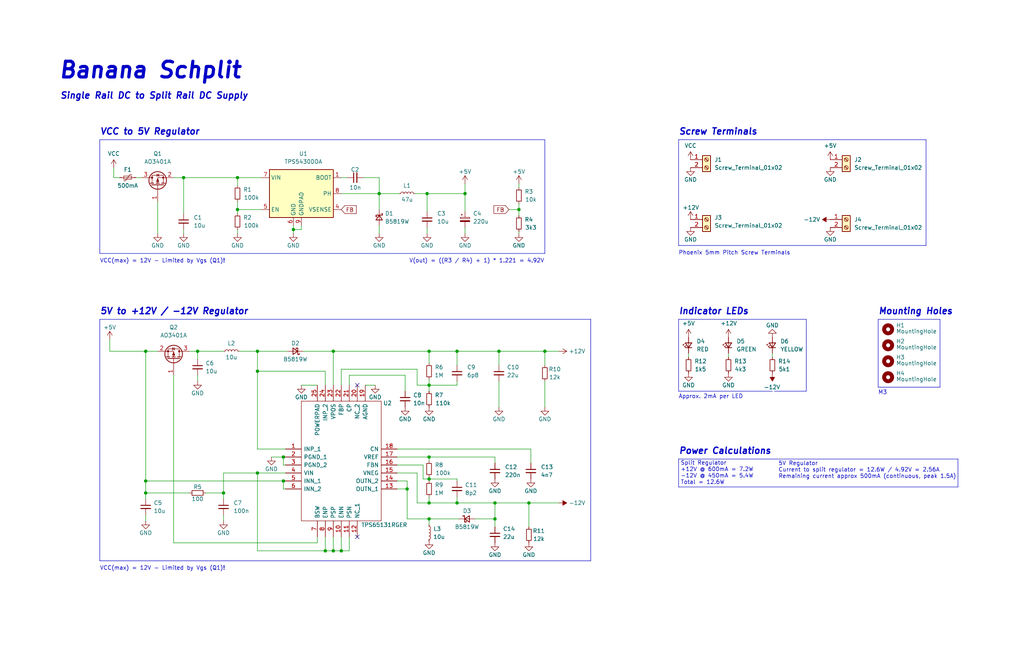
<source format=kicad_sch>
(kicad_sch (version 20230121) (generator eeschema)
  (paper "User" 325.806 210.388)
  (title_block (title "Banana Schplit") (date "2020-09-10") (rev "1.0") (company "Phil's Lab"))
  (lib_symbols
    (symbol "BananaSchplit-rescue:CP_Small-Device" (pin_numbers hide) (pin_names (offset 0.254) hide)
      (property "Reference" "C" (at 0.254 1.778 0))
      (property "Value" "Device_CP_Small" (at 0.254 -2.032 0))
      (symbol "CP_Small-Device_0_1"
        (rectangle (start -1.524 -0.3048) (end 1.524 -0.6858) (fill (type outline)))
        (rectangle (start -1.524 0.6858) (end 1.524 0.3048))
        (polyline (pts (xy -1.27 1.524) (xy -0.762 1.524)))
        (polyline (pts (xy -1.016 1.27) (xy -1.016 1.778)))
      )
      (symbol "CP_Small-Device_1_1"
        (pin passive line (at 0 2.54 270) (length 1.8542) (name "~") (number "1"))
        (pin passive line (at 0 -2.54 90) (length 1.8542) (name "~") (number "2"))
      )
    )
    (symbol "Connector:Screw_Terminal_01x02" (pin_names (offset 1.016) hide)
      (property "Reference" "J" (at 0 2.54 0))
      (property "Value" "Screw_Terminal_01x02" (at 0 -5.08 0))
      (symbol "Screw_Terminal_01x02_1_1"
        (rectangle (start -1.27 1.27) (end 1.27 -3.81) (stroke (width 0.254)) (fill (type background)))
        (circle (center 0 -2.54) (radius 0.635) (stroke (width 0.1524)))
        (polyline (pts (xy -0.5334 -2.2098) (xy 0.3302 -3.048)) (stroke (width 0.1524)))
        (polyline (pts (xy -0.5334 0.3302) (xy 0.3302 -0.508)) (stroke (width 0.1524)))
        (polyline (pts (xy -0.3556 -2.032) (xy 0.508 -2.8702)) (stroke (width 0.1524)))
        (polyline (pts (xy -0.3556 0.508) (xy 0.508 -0.3302)) (stroke (width 0.1524)))
        (circle (center 0 0) (radius 0.635) (stroke (width 0.1524)))
        (pin passive line (at -5.08 0 0) (length 3.81) (name "Pin_1") (number "1"))
        (pin passive line (at -5.08 -2.54 0) (length 3.81) (name "Pin_2") (number "2"))
      )
    )
    (symbol "Device:C_Small" (pin_numbers hide) (pin_names (offset 0.254) hide)
      (property "Reference" "C" (at 0.254 1.778 0))
      (property "Value" "C_Small" (at 0.254 -2.032 0))
      (symbol "C_Small_0_1"
        (polyline (pts (xy -1.524 -0.508) (xy 1.524 -0.508)) (stroke (width 0.3302)))
        (polyline (pts (xy -1.524 0.508) (xy 1.524 0.508)) (stroke (width 0.3048)))
      )
      (symbol "C_Small_1_1"
        (pin passive line (at 0 2.54 270) (length 2.032) (name "~") (number "1"))
        (pin passive line (at 0 -2.54 90) (length 2.032) (name "~") (number "2"))
      )
    )
    (symbol "Device:D_Schottky_Small" (pin_numbers hide) (pin_names (offset 0.254) hide)
      (property "Reference" "D" (at -1.27 2.032 0))
      (property "Value" "D_Schottky_Small" (at -7.112 -2.032 0))
      (symbol "D_Schottky_Small_0_1"
        (polyline (pts (xy -0.762 0) (xy 0.762 0)))
        (polyline (pts (xy 0.762 -1.016) (xy -0.762 0) (xy 0.762 1.016) (xy 0.762 -1.016)) (stroke (width 0.254)))
        (polyline (pts (xy -1.27 0.762) (xy -1.27 1.016) (xy -0.762 1.016) (xy -0.762 -1.016) (xy -0.254 -1.016) (xy -0.254 -0.762)) (stroke (width 0.254)))
      )
      (symbol "D_Schottky_Small_1_1"
        (pin passive line (at -2.54 0 0) (length 1.778) (name "K") (number "1"))
        (pin passive line (at 2.54 0 180) (length 1.778) (name "A") (number "2"))
      )
    )
    (symbol "Device:LED_Small" (pin_numbers hide) (pin_names (offset 0.254) hide)
      (property "Reference" "D" (at -1.27 3.175 0))
      (property "Value" "LED_Small" (at -4.445 -2.54 0))
      (symbol "LED_Small_0_1"
        (polyline (pts (xy -0.762 -1.016) (xy -0.762 1.016)) (stroke (width 0.254)))
        (polyline (pts (xy 1.016 0) (xy -0.762 0)))
        (polyline (pts (xy 0.762 -1.016) (xy -0.762 0) (xy 0.762 1.016) (xy 0.762 -1.016)) (stroke (width 0.254)))
        (polyline (pts (xy 0 0.762) (xy -0.508 1.27) (xy -0.254 1.27) (xy -0.508 1.27) (xy -0.508 1.016)))
        (polyline (pts (xy 0.508 1.27) (xy 0 1.778) (xy 0.254 1.778) (xy 0 1.778) (xy 0 1.524)))
      )
      (symbol "LED_Small_1_1"
        (pin passive line (at -2.54 0 0) (length 1.778) (name "K") (number "1"))
        (pin passive line (at 2.54 0 180) (length 1.778) (name "A") (number "2"))
      )
    )
    (symbol "Device:L_Small" (pin_numbers hide) (pin_names (offset 0.254) hide)
      (property "Reference" "L" (at 0.762 1.016 0))
      (property "Value" "L_Small" (at 0.762 -1.016 0))
      (symbol "L_Small_0_1"
        (arc (start 0 -2.032) (mid 0.5058 -1.524) (end 0 -1.016))
        (arc (start 0 -1.016) (mid 0.5058 -0.508) (end 0 0))
        (arc (start 0 0) (mid 0.5058 0.508) (end 0 1.016))
        (arc (start 0 1.016) (mid 0.5058 1.524) (end 0 2.032))
      )
      (symbol "L_Small_1_1"
        (pin passive line (at 0 2.54 270) (length 0.508) (name "~") (number "1"))
        (pin passive line (at 0 -2.54 90) (length 0.508) (name "~") (number "2"))
      )
    )
    (symbol "Device:Polyfuse_Small" (pin_numbers hide) (pin_names (offset 0))
      (property "Reference" "F" (at -1.905 0 90))
      (property "Value" "Polyfuse_Small" (at 1.905 0 90))
      (symbol "Polyfuse_Small_0_1"
        (rectangle (start -0.508 1.27) (end 0.508 -1.27))
        (polyline (pts (xy 0 2.54) (xy 0 -2.54)))
        (polyline (pts (xy -1.016 1.27) (xy -1.016 0.762) (xy 1.016 -0.762) (xy 1.016 -1.27)))
      )
      (symbol "Polyfuse_Small_1_1"
        (pin passive line (at 0 2.54 270) (length 0.635) (name "~") (number "1"))
        (pin passive line (at 0 -2.54 90) (length 0.635) (name "~") (number "2"))
      )
    )
    (symbol "Device:R_Small" (pin_numbers hide) (pin_names (offset 0.254) hide)
      (property "Reference" "R" (at 0.762 0.508 0))
      (property "Value" "R_Small" (at 0.762 -1.016 0))
      (symbol "R_Small_0_1"
        (rectangle (start -0.762 1.778) (end 0.762 -1.778) (stroke (width 0.2032)))
      )
      (symbol "R_Small_1_1"
        (pin passive line (at 0 2.54 270) (length 0.762) (name "~") (number "1"))
        (pin passive line (at 0 -2.54 90) (length 0.762) (name "~") (number "2"))
      )
    )
    (symbol "Mechanical:MountingHole" (pin_names (offset 1.016))
      (property "Reference" "H" (at 0 5.08 0))
      (property "Value" "MountingHole" (at 0 3.175 0))
      (symbol "MountingHole_0_1"
        (circle (center 0 0) (radius 1.27) (stroke (width 1.27)))
      )
    )
    (symbol "Regulator_Switching:TPS5430DDA"
      (property "Reference" "U" (at -10.16 8.89 0))
      (property "Value" "TPS5430DDA" (at -1.27 8.89 0))
      (symbol "TPS5430DDA_0_1"
        (rectangle (start -10.16 7.62) (end 10.16 -7.62) (stroke (width 0.254)) (fill (type background)))
      )
      (symbol "TPS5430DDA_1_1"
        (pin input line (at 12.7 5.08 180) (length 2.54) (name "BOOT") (number "1"))
        (pin no_connect line (at -10.16 2.54 0) (length 2.54) hide (name "NC") (number "2"))
        (pin no_connect line (at -10.16 -2.54 0) (length 2.54) hide (name "NC") (number "3"))
        (pin input line (at 12.7 -5.08 180) (length 2.54) (name "VSENSE") (number "4"))
        (pin input line (at -12.7 -5.08 0) (length 2.54) (name "EN") (number "5"))
        (pin power_in line (at -2.54 -10.16 90) (length 2.54) (name "GND") (number "6"))
        (pin power_in line (at -12.7 5.08 0) (length 2.54) (name "VIN") (number "7"))
        (pin output line (at 12.7 0 180) (length 2.54) (name "PH") (number "8"))
        (pin power_in line (at 0 -10.16 90) (length 2.54) (name "GNDPAD") (number "9"))
      )
    )
    (symbol "TPS65131RGET:TPS65131RGET" (pin_names (offset 0.762))
      (property "Reference" "IC" (at 31.75 20.32 0))
      (property "Value" "TPS65131RGET" (at 31.75 17.78 0))
      (symbol "TPS65131RGET_0_0"
        (pin passive line (at 0 0 0) (length 5.08) (name "INP_1") (number "1"))
        (pin passive line (at 17.78 -27.94 90) (length 5.08) (name "ENN") (number "10"))
        (pin passive line (at 20.32 -27.94 90) (length 5.08) (name "PSN") (number "11"))
        (pin passive line (at 22.86 -27.94 90) (length 5.08) (name "NC_1") (number "12"))
        (pin passive line (at 35.56 -12.7 180) (length 5.08) (name "OUTN_1") (number "13"))
        (pin passive line (at 35.56 -10.16 180) (length 5.08) (name "OUTN_2") (number "14"))
        (pin passive line (at 35.56 -7.62 180) (length 5.08) (name "VNEG") (number "15"))
        (pin passive line (at 35.56 -5.08 180) (length 5.08) (name "FBN") (number "16"))
        (pin passive line (at 35.56 -2.54 180) (length 5.08) (name "VREF") (number "17"))
        (pin passive line (at 35.56 0 180) (length 5.08) (name "CN") (number "18"))
        (pin passive line (at 25.4 20.32 270) (length 5.08) (name "AGND") (number "19"))
        (pin passive line (at 0 -2.54 0) (length 5.08) (name "PGND_1") (number "2"))
        (pin passive line (at 22.86 20.32 270) (length 5.08) (name "NC_2") (number "20"))
        (pin passive line (at 20.32 20.32 270) (length 5.08) (name "CP") (number "21"))
        (pin passive line (at 17.78 20.32 270) (length 5.08) (name "FBP") (number "22"))
        (pin passive line (at 15.24 20.32 270) (length 5.08) (name "VPOS") (number "23"))
        (pin passive line (at 12.7 20.32 270) (length 5.08) (name "INP_2") (number "24"))
        (pin passive line (at 10.16 20.32 270) (length 5.08) (name "POWERPAD") (number "25"))
        (pin passive line (at 0 -5.08 0) (length 5.08) (name "PGND_2") (number "3"))
        (pin passive line (at 0 -7.62 0) (length 5.08) (name "VIN") (number "4"))
        (pin passive line (at 0 -10.16 0) (length 5.08) (name "INN_1") (number "5"))
        (pin passive line (at 0 -12.7 0) (length 5.08) (name "INN_2") (number "6"))
        (pin passive line (at 10.16 -27.94 90) (length 5.08) (name "BSW") (number "7"))
        (pin passive line (at 12.7 -27.94 90) (length 5.08) (name "ENP") (number "8"))
        (pin passive line (at 15.24 -27.94 90) (length 5.08) (name "PSP") (number "9"))
      )
      (symbol "TPS65131RGET_0_1"
        (polyline (pts (xy 5.08 15.24) (xy 30.48 15.24) (xy 30.48 -22.86) (xy 5.08 -22.86) (xy 5.08 15.24)) (stroke (width 0.1524)))
      )
    )
    (symbol "Transistor_FET:AO3401A" (pin_names hide)
      (property "Reference" "Q" (at 5.08 1.905 0))
      (property "Value" "AO3401A" (at 5.08 0 0))
      (symbol "AO3401A_0_1"
        (polyline (pts (xy 0.254 0) (xy -2.54 0)))
        (polyline (pts (xy 0.254 1.905) (xy 0.254 -1.905)) (stroke (width 0.254)))
        (polyline (pts (xy 0.762 -1.27) (xy 0.762 -2.286)) (stroke (width 0.254)))
        (polyline (pts (xy 0.762 0.508) (xy 0.762 -0.508)) (stroke (width 0.254)))
        (polyline (pts (xy 0.762 2.286) (xy 0.762 1.27)) (stroke (width 0.254)))
        (polyline (pts (xy 2.54 2.54) (xy 2.54 1.778)))
        (polyline (pts (xy 2.54 -2.54) (xy 2.54 0) (xy 0.762 0)))
        (polyline (pts (xy 0.762 1.778) (xy 3.302 1.778) (xy 3.302 -1.778) (xy 0.762 -1.778)))
        (polyline (pts (xy 2.286 0) (xy 1.27 0.381) (xy 1.27 -0.381) (xy 2.286 0)) (fill (type outline)))
        (polyline (pts (xy 2.794 -0.508) (xy 2.921 -0.381) (xy 3.683 -0.381) (xy 3.81 -0.254)))
        (polyline (pts (xy 3.302 -0.381) (xy 2.921 0.254) (xy 3.683 0.254) (xy 3.302 -0.381)))
        (circle (center 1.651 0) (radius 2.794) (stroke (width 0.254)))
        (circle (center 2.54 -1.778) (radius 0.254) (fill (type outline)))
        (circle (center 2.54 1.778) (radius 0.254) (fill (type outline)))
      )
      (symbol "AO3401A_1_1"
        (pin input line (at -5.08 0 0) (length 2.54) (name "G") (number "1"))
        (pin passive line (at 2.54 -5.08 90) (length 2.54) (name "S") (number "2"))
        (pin passive line (at 2.54 5.08 270) (length 2.54) (name "D") (number "3"))
      )
    )
    (symbol "power:+12V" (power) (pin_names (offset 0))
      (property "Value" "+12V" (at 0 3.556 0))
      (symbol "+12V_0_1"
        (polyline (pts (xy -0.762 1.27) (xy 0 2.54)))
        (polyline (pts (xy 0 0) (xy 0 2.54)))
        (polyline (pts (xy 0 2.54) (xy 0.762 1.27)))
      )
      (symbol "+12V_1_1"
        (pin power_in line (at 0 0 90) (length 0) hide (name "+12V") (number "1"))
      )
    )
    (symbol "power:+5V" (power) (pin_names (offset 0))
      (property "Value" "+5V" (at 0 3.556 0))
      (symbol "+5V_0_1"
        (polyline (pts (xy -0.762 1.27) (xy 0 2.54)))
        (polyline (pts (xy 0 0) (xy 0 2.54)))
        (polyline (pts (xy 0 2.54) (xy 0.762 1.27)))
      )
      (symbol "+5V_1_1"
        (pin power_in line (at 0 0 90) (length 0) hide (name "+5V") (number "1"))
      )
    )
    (symbol "power:-12V" (power) (pin_names (offset 0))
      (property "Value" "-12V" (at 0 3.81 0))
      (symbol "-12V_0_0"
        (pin power_in line (at 0 0 90) (length 0) hide (name "-12V") (number "1"))
      )
      (symbol "-12V_0_1"
        (polyline (pts (xy 0 0) (xy 0 1.27) (xy 0.762 1.27) (xy 0 2.54) (xy -0.762 1.27) (xy 0 1.27)) (fill (type outline)))
      )
    )
    (symbol "power:GND" (power) (pin_names (offset 0))
      (property "Value" "GND" (at 0 -3.81 0))
      (symbol "GND_0_1"
        (polyline (pts (xy 0 0) (xy 0 -1.27) (xy 1.27 -1.27) (xy 0 -2.54) (xy -1.27 -1.27) (xy 0 -1.27)))
      )
      (symbol "GND_1_1"
        (pin power_in line (at 0 0 270) (length 0) hide (name "GND") (number "1"))
      )
    )
    (symbol "power:VCC" (power) (pin_names (offset 0))
      (property "Value" "VCC" (at 0 3.81 0))
      (symbol "VCC_0_1"
        (polyline (pts (xy -0.762 1.27) (xy 0 2.54)))
        (polyline (pts (xy 0 0) (xy 0 2.54)))
        (polyline (pts (xy 0 2.54) (xy 0.762 1.27)))
      )
      (symbol "VCC_1_1"
        (pin power_in line (at 0 0 90) (length 0) hide (name "VCC") (number "1"))
      )
    )
  )
  (junction (at 136.525 122.555))
  (junction (at 106.045 111.76))
  (junction (at 136.525 145.415))
  (junction (at 58.42 56.515))
  (junction (at 81.915 111.76))
  (junction (at 46.355 153.035))
  (junction (at 145.415 160.02))
  (junction (at 46.355 156.845))
  (junction (at 103.505 175.26))
  (junction (at 136.525 165.1))
  (junction (at 106.045 175.26))
  (junction (at 120.65 61.595))
  (junction (at 158.75 111.76))
  (junction (at 46.355 111.76))
  (junction (at 157.48 165.1))
  (junction (at 168.275 160.02))
  (junction (at 75.565 56.515))
  (junction (at 108.585 175.26))
  (junction (at 165.1 66.675))
  (junction (at 90.17 153.035))
  (junction (at 90.17 145.415))
  (junction (at 71.12 156.845))
  (junction (at 81.915 118.11))
  (junction (at 136.525 111.76))
  (junction (at 81.915 150.495))
  (junction (at 173.355 111.76))
  (junction (at 147.955 61.595))
  (junction (at 75.565 66.675))
  (junction (at 135.89 61.595))
  (junction (at 62.865 111.76))
  (junction (at 93.345 73.025))
  (junction (at 136.525 152.4))
  (junction (at 157.48 160.02))
  (junction (at 129.54 155.575))
  (junction (at 145.415 111.76))
  (junction (at 136.525 160.02))
  (no_connect (at 113.665 170.815))
  (no_connect (at 113.665 122.555))
  (wire (pts (xy 71.12 150.495) (xy 81.915 150.495)))
  (wire (pts (xy 46.355 111.76) (xy 50.165 111.76)))
  (wire (pts (xy 90.17 145.415) (xy 86.36 145.415)))
  (wire (pts (xy 173.355 116.205) (xy 173.355 111.76)))
  (polyline (pts (xy 304.8 154.94) (xy 304.8 146.05)))
  (wire (pts (xy 106.045 175.26) (xy 106.045 170.815)))
  (polyline (pts (xy 31.75 101.6) (xy 187.96 101.6)))
  (polyline (pts (xy 31.75 80.645) (xy 173.355 80.645)))
  (wire (pts (xy 93.345 74.295) (xy 93.345 73.025)))
  (wire (pts (xy 145.415 111.76) (xy 136.525 111.76)))
  (wire (pts (xy 106.045 175.26) (xy 108.585 175.26)))
  (wire (pts (xy 46.355 153.035) (xy 46.355 111.76)))
  (wire (pts (xy 93.345 73.025) (xy 95.885 73.025)))
  (wire (pts (xy 108.585 117.475) (xy 132.715 117.475)))
  (wire (pts (xy 135.89 72.39) (xy 135.89 74.295)))
  (wire (pts (xy 71.12 150.495) (xy 71.12 156.845)))
  (wire (pts (xy 245.745 113.665) (xy 245.745 112.395)))
  (wire (pts (xy 132.715 150.495) (xy 132.715 160.02)))
  (wire (pts (xy 136.525 145.415) (xy 157.48 145.415)))
  (wire (pts (xy 90.17 153.035) (xy 90.17 155.575)))
  (wire (pts (xy 110.49 56.515) (xy 108.585 56.515)))
  (wire (pts (xy 75.565 66.675) (xy 83.185 66.675)))
  (wire (pts (xy 231.775 113.665) (xy 231.775 112.395)))
  (polyline (pts (xy 256.54 124.46) (xy 246.38 124.46)))
  (wire (pts (xy 168.275 160.02) (xy 157.48 160.02)))
  (wire (pts (xy 136.525 146.685) (xy 136.525 145.415)))
  (wire (pts (xy 132.715 122.555) (xy 136.525 122.555)))
  (wire (pts (xy 158.75 111.76) (xy 145.415 111.76)))
  (wire (pts (xy 58.42 56.515) (xy 58.42 67.945)))
  (wire (pts (xy 173.355 129.54) (xy 173.355 121.285)))
  (wire (pts (xy 34.925 111.76) (xy 46.355 111.76)))
  (wire (pts (xy 103.505 175.26) (xy 103.505 170.815)))
  (wire (pts (xy 115.57 56.515) (xy 120.65 56.515)))
  (wire (pts (xy 90.17 155.575) (xy 90.805 155.575)))
  (wire (pts (xy 81.915 118.11) (xy 81.915 111.76)))
  (polyline (pts (xy 279.4 123.19) (xy 279.4 101.6)))
  (wire (pts (xy 90.17 147.955) (xy 90.805 147.955)))
  (wire (pts (xy 177.8 111.76) (xy 173.355 111.76)))
  (polyline (pts (xy 215.9 78.105) (xy 294.64 78.105)))
  (wire (pts (xy 157.48 160.02) (xy 157.48 165.1)))
  (wire (pts (xy 75.565 64.135) (xy 75.565 66.675)))
  (wire (pts (xy 173.355 111.76) (xy 158.75 111.76)))
  (wire (pts (xy 100.965 172.72) (xy 100.965 170.815)))
  (wire (pts (xy 46.355 156.845) (xy 60.325 156.845)))
  (polyline (pts (xy 31.75 178.435) (xy 187.96 178.435)))
  (polyline (pts (xy 31.75 80.645) (xy 31.75 44.45)))
  (wire (pts (xy 62.865 121.285) (xy 62.865 119.38)))
  (wire (pts (xy 95.885 73.025) (xy 95.885 71.755)))
  (polyline (pts (xy 215.9 44.45) (xy 294.64 44.45)))
  (wire (pts (xy 126.365 153.035) (xy 129.54 153.035)))
  (wire (pts (xy 136.525 111.76) (xy 106.045 111.76)))
  (wire (pts (xy 168.91 147.32) (xy 168.91 142.875)))
  (wire (pts (xy 103.505 175.26) (xy 106.045 175.26)))
  (wire (pts (xy 76.2 111.76) (xy 81.915 111.76)))
  (wire (pts (xy 145.415 160.02) (xy 157.48 160.02)))
  (wire (pts (xy 106.045 111.76) (xy 106.045 122.555)))
  (wire (pts (xy 120.65 66.675) (xy 120.65 61.595)))
  (wire (pts (xy 46.355 165.735) (xy 46.355 163.83)))
  (wire (pts (xy 34.925 107.95) (xy 34.925 111.76)))
  (wire (pts (xy 129.54 153.035) (xy 129.54 155.575)))
  (wire (pts (xy 96.52 111.76) (xy 106.045 111.76)))
  (wire (pts (xy 132.715 117.475) (xy 132.715 122.555)))
  (wire (pts (xy 81.915 175.26) (xy 103.505 175.26)))
  (wire (pts (xy 108.585 175.26) (xy 111.125 175.26)))
  (wire (pts (xy 168.91 142.875) (xy 126.365 142.875)))
  (polyline (pts (xy 187.96 101.6) (xy 187.96 178.435)))
  (wire (pts (xy 116.205 122.555) (xy 119.38 122.555)))
  (wire (pts (xy 58.42 56.515) (xy 75.565 56.515)))
  (wire (pts (xy 145.415 116.205) (xy 145.415 111.76)))
  (polyline (pts (xy 31.75 44.45) (xy 173.355 44.45)))
  (wire (pts (xy 108.585 122.555) (xy 108.585 117.475)))
  (wire (pts (xy 71.12 158.75) (xy 71.12 156.845)))
  (wire (pts (xy 103.505 122.555) (xy 103.505 118.11)))
  (wire (pts (xy 75.565 67.945) (xy 75.565 66.675)))
  (wire (pts (xy 134.62 147.955) (xy 134.62 152.4)))
  (wire (pts (xy 128.905 124.46) (xy 128.905 119.38)))
  (polyline (pts (xy 256.54 101.6) (xy 256.54 124.46)))
  (wire (pts (xy 165.1 64.77) (xy 165.1 66.675)))
  (wire (pts (xy 55.245 56.515) (xy 58.42 56.515)))
  (wire (pts (xy 128.905 119.38) (xy 111.125 119.38)))
  (wire (pts (xy 147.955 67.31) (xy 147.955 61.595)))
  (wire (pts (xy 43.18 56.515) (xy 45.085 56.515)))
  (polyline (pts (xy 215.9 124.46) (xy 215.9 101.6)))
  (polyline (pts (xy 304.8 146.05) (xy 215.9 146.05)))
  (wire (pts (xy 46.355 153.035) (xy 46.355 156.845)))
  (wire (pts (xy 62.865 114.3) (xy 62.865 111.76)))
  (wire (pts (xy 135.89 67.31) (xy 135.89 61.595)))
  (wire (pts (xy 127 61.595) (xy 120.65 61.595)))
  (wire (pts (xy 168.275 167.64) (xy 168.275 160.02)))
  (wire (pts (xy 136.525 124.46) (xy 136.525 122.555)))
  (wire (pts (xy 36.195 53.34) (xy 36.195 56.515)))
  (wire (pts (xy 129.54 165.1) (xy 136.525 165.1)))
  (wire (pts (xy 145.415 153.035) (xy 145.415 152.4)))
  (wire (pts (xy 75.565 56.515) (xy 83.185 56.515)))
  (wire (pts (xy 75.565 59.055) (xy 75.565 56.515)))
  (wire (pts (xy 81.915 175.26) (xy 81.915 150.495)))
  (polyline (pts (xy 31.75 178.435) (xy 31.75 101.6)))
  (wire (pts (xy 129.54 155.575) (xy 129.54 165.1)))
  (wire (pts (xy 165.1 74.295) (xy 165.1 73.66)))
  (wire (pts (xy 120.65 74.295) (xy 120.65 71.755)))
  (wire (pts (xy 145.415 152.4) (xy 136.525 152.4)))
  (wire (pts (xy 91.44 111.76) (xy 81.915 111.76)))
  (wire (pts (xy 71.12 111.76) (xy 62.865 111.76)))
  (wire (pts (xy 145.415 160.02) (xy 145.415 158.115)))
  (wire (pts (xy 111.125 119.38) (xy 111.125 122.555)))
  (wire (pts (xy 62.865 111.76) (xy 60.325 111.76)))
  (wire (pts (xy 145.415 122.555) (xy 145.415 121.285)))
  (wire (pts (xy 136.525 145.415) (xy 126.365 145.415)))
  (polyline (pts (xy 215.9 146.05) (xy 215.9 154.94)))
  (polyline (pts (xy 279.4 101.6) (xy 299.085 101.6)))
  (wire (pts (xy 177.8 160.02) (xy 168.275 160.02)))
  (wire (pts (xy 165.1 59.69) (xy 165.1 58.42)))
  (wire (pts (xy 103.505 118.11) (xy 81.915 118.11)))
  (wire (pts (xy 157.48 165.1) (xy 157.48 167.64)))
  (wire (pts (xy 81.915 150.495) (xy 90.805 150.495)))
  (wire (pts (xy 126.365 147.955) (xy 134.62 147.955)))
  (wire (pts (xy 81.915 142.875) (xy 81.915 118.11)))
  (wire (pts (xy 147.955 72.39) (xy 147.955 74.295)))
  (polyline (pts (xy 215.9 78.105) (xy 215.9 44.45)))
  (wire (pts (xy 81.915 142.875) (xy 90.805 142.875)))
  (wire (pts (xy 126.365 150.495) (xy 132.715 150.495)))
  (wire (pts (xy 136.525 160.02) (xy 145.415 160.02)))
  (wire (pts (xy 136.525 153.035) (xy 136.525 152.4)))
  (wire (pts (xy 90.17 145.415) (xy 90.805 145.415)))
  (wire (pts (xy 151.13 165.1) (xy 157.48 165.1)))
  (polyline (pts (xy 279.4 123.19) (xy 299.085 123.19)))
  (wire (pts (xy 71.12 165.735) (xy 71.12 163.83)))
  (wire (pts (xy 219.075 113.665) (xy 219.075 112.395)))
  (polyline (pts (xy 299.085 101.6) (xy 299.085 123.19)))
  (wire (pts (xy 71.12 156.845) (xy 65.405 156.845)))
  (wire (pts (xy 132.08 61.595) (xy 135.89 61.595)))
  (wire (pts (xy 58.42 73.025) (xy 58.42 74.295)))
  (wire (pts (xy 55.245 172.72) (xy 100.965 172.72)))
  (wire (pts (xy 126.365 155.575) (xy 129.54 155.575)))
  (wire (pts (xy 161.925 66.675) (xy 165.1 66.675)))
  (wire (pts (xy 158.75 116.205) (xy 158.75 111.76)))
  (wire (pts (xy 111.125 175.26) (xy 111.125 170.815)))
  (wire (pts (xy 158.75 129.54) (xy 158.75 121.285)))
  (wire (pts (xy 132.715 160.02) (xy 136.525 160.02)))
  (wire (pts (xy 50.165 64.135) (xy 50.165 74.295)))
  (wire (pts (xy 136.525 120.65) (xy 136.525 122.555)))
  (wire (pts (xy 93.345 73.025) (xy 93.345 71.755)))
  (wire (pts (xy 157.48 147.32) (xy 157.48 145.415)))
  (polyline (pts (xy 215.9 154.94) (xy 304.8 154.94)))
  (wire (pts (xy 147.955 58.42) (xy 147.955 61.595)))
  (wire (pts (xy 120.65 56.515) (xy 120.65 61.595)))
  (wire (pts (xy 75.565 73.025) (xy 75.565 74.295)))
  (wire (pts (xy 36.195 56.515) (xy 38.1 56.515)))
  (polyline (pts (xy 215.9 101.6) (xy 256.54 101.6)))
  (wire (pts (xy 108.585 61.595) (xy 120.65 61.595)))
  (polyline (pts (xy 173.355 44.45) (xy 173.355 80.645)))
  (wire (pts (xy 134.62 152.4) (xy 136.525 152.4)))
  (wire (pts (xy 95.885 122.555) (xy 100.965 122.555)))
  (wire (pts (xy 55.245 119.38) (xy 55.245 172.72)))
  (wire (pts (xy 135.89 61.595) (xy 147.955 61.595)))
  (wire (pts (xy 146.05 165.1) (xy 136.525 165.1)))
  (wire (pts (xy 136.525 122.555) (xy 145.415 122.555)))
  (wire (pts (xy 165.1 66.675) (xy 165.1 68.58)))
  (wire (pts (xy 90.17 145.415) (xy 90.17 147.955)))
  (wire (pts (xy 46.355 156.845) (xy 46.355 158.75)))
  (wire (pts (xy 136.525 158.115) (xy 136.525 160.02)))
  (wire (pts (xy 90.17 153.035) (xy 90.805 153.035)))
  (wire (pts (xy 46.355 153.035) (xy 90.17 153.035)))
  (polyline (pts (xy 245.745 124.46) (xy 215.9 124.46)))
  (polyline (pts (xy 294.64 44.45) (xy 294.64 78.105)))
  (wire (pts (xy 136.525 165.1) (xy 136.525 167.005)))
  (wire (pts (xy 136.525 115.57) (xy 136.525 111.76)))
  (wire (pts (xy 136.525 152.4) (xy 136.525 151.765)))
  (wire (pts (xy 108.585 175.26) (xy 108.585 170.815)))
  (text "M3" (at 279.4 125.73 0) (effects (font (size 1.27 1.27)) (justify left bottom)))
  (text "VCC(max) = 12V - Limited by Vgs (Q1)!" (at 31.75 181.61 0) (effects (font (size 1.27 1.27)) (justify left bottom)))
  (text "V(out) = ((R3 / R4) + 1) * 1.221 = 4.92V" (at 130.175 83.82 0) (effects (font (size 1.27 1.27)) (justify left bottom)))
  (text "Mounting Holes" (at 279.4 100.33 0) (effects (font (size 2.0066 2.0066) (thickness 0.4013) bold italic) (justify left bottom)))
  (text "Approx. 2mA per LED" (at 215.9 127 0) (effects (font (size 1.27 1.27)) (justify left bottom)))
  (text "Split Regulator\n+12V @ 600mA = 7.2W\n-12V @ 450mA = 5.4W\nTotal = 12.6W" (at 216.535 154.305 0) (effects (font (size 1.27 1.27)) (justify left bottom)))
  (text "Indicator LEDs" (at 215.9 100.33 0) (effects (font (size 2.0066 2.0066) (thickness 0.4013) bold italic) (justify left bottom)))
  (text "VCC(max) = 12V - Limited by Vgs (Q1)!" (at 31.75 83.82 0) (effects (font (size 1.27 1.27)) (justify left bottom)))
  (text "Single Rail DC to Split Rail DC Supply" (at 19.05 31.75 0) (effects (font (size 2.0066 2.0066) (thickness 0.4013) bold italic) (justify left bottom)))
  (text "5V Regulator\nCurrent to split regulator = 12.6W / 4.92V = 2.56A\nRemaining current approx 500mA (continuous, peak 1.5A)\n" (at 247.65 152.4 0) (effects (font (size 1.27 1.27)) (justify left bottom)))
  (text "Power Calculations" (at 215.9 144.78 0) (effects (font (size 2.0066 2.0066) (thickness 0.4013) bold italic) (justify left bottom)))
  (text "Screw Terminals" (at 215.9 43.18 0) (effects (font (size 2.0066 2.0066) (thickness 0.4013) bold italic) (justify left bottom)))
  (text "Banana Schplit" (at 18.415 25.4 0) (effects (font (size 5.0038 5.0038) (thickness 1.0008) bold italic) (justify left bottom)))
  (text "Phoenix 5mm Pitch Screw Terminals" (at 215.9 81.28 0) (effects (font (size 1.27 1.27)) (justify left bottom)))
  (text "5V to +12V / -12V Regulator" (at 31.75 100.33 0) (effects (font (size 2.0066 2.0066) (thickness 0.4013) bold italic) (justify left bottom)))
  (text "VCC to 5V Regulator" (at 31.75 43.18 0) (effects (font (size 2.0066 2.0066) (thickness 0.4013) bold italic) (justify left bottom)))
  (global_label "FB" (shape input) (at 108.585 66.675 0) (property "Intersheetrefs" "${INTERSHEET_REFS}" (effects hide)))
  (global_label "FB" (shape input) (at 161.925 66.675 180) (property "Intersheetrefs" "${INTERSHEET_REFS}" (effects hide)))
  (symbol (lib_id "TPS65131RGET:TPS65131RGET") (at 90.805 142.875 0) (unit 1)
    (property "Reference" "U2" (at 121.92 128.27 0) (effects (justify left)))
    (property "Value" "TPS65131RGER" (at 114.935 167.005 0) (effects (justify left)))
    (property "Footprint" "Package_DFN_QFN:QFN-24-1EP_4x4mm_P0.5mm_EP2.6x2.6mm" (effects hide))
    (property "Datasheet" "http://www.ti.com/lit/ds/symlink/tps65130.pdf" (effects hide))
    (property "Description" "Conv DC-DC Dual-OUT Inv/Step Up 24-Pin Texas Instruments TPS65131RGET, Dual Inverting, Step Up DC-DC Converter, 1.95A, Adjustable" (effects hide))
    (property "Height" "1" (effects hide))
    (property "Mouser2 Part Number" "595-TPS65131RGET" (effects hide))
    (property "Mouser2 Price/Stock" "https://www.mouser.com/Search/Refine.aspx?Keyword=595-TPS65131RGET" (effects hide))
    (property "Manufacturer_Name" "Texas Instruments" (effects hide))
    (property "Manufacturer_Part_Number" "TPS65131RGET" (effects hide))
    (property "LCSC Part #" "C87663" (effects hide))
  )
  (symbol (lib_id "Device:L_Small") (at 73.66 111.76 90) (unit 1)
    (property "Reference" "L2" (at 72.39 109.22 90) (effects (justify right)))
    (property "Value" "10u" (at 71.755 113.665 90) (effects (justify right)))
    (property "Footprint" "Inductor_SMD:L_Sunlord_MWSA0518_5.4x5.2mm" (effects hide))
    (property "LCSC Part #" "C181721" (effects hide))
    (property "Original LCSC" "C139506" (effects hide))
  )
  (symbol (lib_id "Transistor_FET:AO3401A") (at 55.245 114.3 270) (mirror x) (unit 1)
    (property "Reference" "Q2" (at 55.245 104.14 90))
    (property "Value" "AO3401A" (at 55.245 106.68 90))
    (property "Footprint" "Package_TO_SOT_SMD:SOT-23" (effects hide))
    (property "Datasheet" "http://www.aosmd.com/pdfs/datasheet/AO3401A.pdf" (effects hide))
    (property "LCSC Part #" "C15127" (effects hide))
  )
  (symbol (lib_id "Device:C_Small") (at 62.865 116.84 0) (unit 1)
    (property "Reference" "C6" (at 65.405 115.57 0) (effects (justify left)))
    (property "Value" "10u" (at 65.405 118.11 0) (effects (justify left)))
    (property "Footprint" "Capacitor_SMD:C_1206_3216Metric" (effects hide))
    (property "LCSC Part #" "C13585" (effects hide))
  )
  (symbol (lib_id "power:GND") (at 62.865 121.285 0) (unit 1)
    (property "Reference" "#PWR03" (effects hide))
    (property "Value" "GND" (at 62.865 125.095 0))
  )
  (symbol (lib_id "Device:D_Schottky_Small") (at 93.98 111.76 180) (unit 1)
    (property "Reference" "D2" (at 93.98 109.22 0))
    (property "Value" "B5819W" (at 93.98 114.3 0))
    (property "Footprint" "Diode_SMD:D_SOD-123" (effects hide))
    (property "LCSC Part #" "C8598" (effects hide))
  )
  (symbol (lib_id "power:GND") (at 86.36 145.415 0) (unit 1)
    (property "Reference" "#PWR016" (effects hide))
    (property "Value" "GND" (at 86.36 149.225 0))
  )
  (symbol (lib_id "power:GND") (at 119.38 122.555 0) (unit 1)
    (property "Reference" "#PWR05" (effects hide))
    (property "Value" "GND" (at 119.38 126.365 0))
  )
  (symbol (lib_id "power:GND") (at 95.885 122.555 0) (unit 1)
    (property "Reference" "#PWR04" (effects hide))
    (property "Value" "GND" (at 95.885 126.365 0))
  )
  (symbol (lib_id "Device:C_Small") (at 46.355 161.29 0) (unit 1)
    (property "Reference" "C5" (at 48.895 160.02 0) (effects (justify left)))
    (property "Value" "10u" (at 48.895 162.56 0) (effects (justify left)))
    (property "Footprint" "Capacitor_SMD:C_1206_3216Metric" (effects hide))
    (property "LCSC Part #" "C13585" (effects hide))
  )
  (symbol (lib_id "Device:R_Small") (at 62.865 156.845 270) (unit 1)
    (property "Reference" "R5" (at 62.865 154.94 90))
    (property "Value" "100" (at 62.865 158.75 90))
    (property "Footprint" "Resistor_SMD:R_0603_1608Metric" (effects hide))
    (property "LCSC Part #" "C22775" (effects hide))
  )
  (symbol (lib_id "Device:C_Small") (at 71.12 161.29 0) (unit 1)
    (property "Reference" "C7" (at 74.295 160.02 0) (effects (justify left)))
    (property "Value" "100n" (at 74.295 162.56 0) (effects (justify left)))
    (property "Footprint" "Capacitor_SMD:C_0603_1608Metric" (effects hide))
    (property "LCSC Part #" "C14663" (effects hide))
  )
  (symbol (lib_id "power:GND") (at 46.355 165.735 0) (unit 1)
    (property "Reference" "#PWR021" (effects hide))
    (property "Value" "GND" (at 46.355 169.545 0))
  )
  (symbol (lib_id "power:GND") (at 71.12 165.735 0) (unit 1)
    (property "Reference" "#PWR022" (effects hide))
    (property "Value" "GND" (at 71.12 169.545 0))
  )
  (symbol (lib_id "Device:R_Small") (at 136.525 118.11 180) (unit 1)
    (property "Reference" "R6" (at 139.7 116.84 0))
    (property "Value" "1M" (at 139.7 119.38 0))
    (property "Footprint" "Resistor_SMD:R_0603_1608Metric" (effects hide))
    (property "LCSC Part #" "C22935" (effects hide))
  )
  (symbol (lib_id "Device:C_Small") (at 145.415 118.745 0) (unit 1)
    (property "Reference" "C9" (at 148.59 116.84 0) (effects (justify left)))
    (property "Value" "6p8" (at 148.59 119.38 0) (effects (justify left)))
    (property "Footprint" "Capacitor_SMD:C_0603_1608Metric" (effects hide))
    (property "LCSC Part #" "C1679" (effects hide))
  )
  (symbol (lib_id "Device:R_Small") (at 136.525 127 180) (unit 1)
    (property "Reference" "R7" (at 139.7 125.73 0))
    (property "Value" "110k" (at 140.97 128.27 0))
    (property "Footprint" "Resistor_SMD:R_0603_1608Metric" (effects hide))
    (property "LCSC Part #" "C25805" (effects hide))
  )
  (symbol (lib_id "Device:C_Small") (at 158.75 118.745 0) (unit 1)
    (property "Reference" "C10" (at 161.29 116.84 0) (effects (justify left)))
    (property "Value" "22u" (at 161.29 119.38 0) (effects (justify left)))
    (property "Footprint" "Capacitor_SMD:C_0805_2012Metric" (effects hide))
    (property "LCSC Part #" "C45783" (effects hide))
  )
  (symbol (lib_id "Device:C_Small") (at 128.905 127 0) (unit 1)
    (property "Reference" "C8" (at 131.445 125.73 0) (effects (justify left)))
    (property "Value" "10n" (at 131.445 128.27 0) (effects (justify left)))
    (property "Footprint" "Capacitor_SMD:C_0603_1608Metric" (effects hide))
    (property "LCSC Part #" "C57112" (effects hide))
  )
  (symbol (lib_id "power:GND") (at 128.905 129.54 0) (unit 1)
    (property "Reference" "#PWR012" (effects hide))
    (property "Value" "GND" (at 128.905 133.35 0))
  )
  (symbol (lib_id "power:GND") (at 136.525 129.54 0) (unit 1)
    (property "Reference" "#PWR013" (effects hide))
    (property "Value" "GND" (at 136.525 133.35 0))
  )
  (symbol (lib_id "power:GND") (at 158.75 129.54 0) (unit 1)
    (property "Reference" "#PWR014" (effects hide))
    (property "Value" "GND" (at 158.75 133.35 0))
  )
  (symbol (lib_id "Device:C_Small") (at 145.415 155.575 0) (unit 1)
    (property "Reference" "C11" (at 147.955 154.305 0) (effects (justify left)))
    (property "Value" "8p2" (at 147.955 156.845 0) (effects (justify left)))
    (property "Footprint" "Capacitor_SMD:C_0603_1608Metric" (effects hide))
    (property "LCSC Part #" "C1685" (effects hide))
  )
  (symbol (lib_id "Device:R_Small") (at 136.525 149.225 180) (unit 1)
    (property "Reference" "R8" (at 139.7 147.955 0))
    (property "Value" "100k" (at 140.97 150.495 0))
    (property "Footprint" "Resistor_SMD:R_0603_1608Metric" (effects hide))
    (property "LCSC Part #" "C25803" (effects hide))
  )
  (symbol (lib_id "Device:R_Small") (at 136.525 155.575 180) (unit 1)
    (property "Reference" "R9" (at 139.7 154.305 0))
    (property "Value" "1M" (at 139.7 156.845 0))
    (property "Footprint" "Resistor_SMD:R_0603_1608Metric" (effects hide))
    (property "LCSC Part #" "C22935" (effects hide))
  )
  (symbol (lib_id "Device:C_Small") (at 157.48 149.86 0) (unit 1)
    (property "Reference" "C12" (at 160.655 148.59 0) (effects (justify left)))
    (property "Value" "220n" (at 160.655 151.13 0) (effects (justify left)))
    (property "Footprint" "Capacitor_SMD:C_0603_1608Metric" (effects hide))
    (property "LCSC Part #" "C21120" (effects hide))
  )
  (symbol (lib_id "power:GND") (at 157.48 152.4 0) (unit 1)
    (property "Reference" "#PWR018" (effects hide))
    (property "Value" "GND" (at 157.48 156.21 0))
  )
  (symbol (lib_id "Regulator_Switching:TPS5430DDA") (at 95.885 61.595 0) (unit 1)
    (property "Reference" "U1" (at 96.52 48.895 0))
    (property "Value" "TPS5430DDA" (at 96.52 51.435 0))
    (property "Footprint" "Package_SO:TI_SO-PowerPAD-8_ThermalVias" (effects hide))
    (property "Datasheet" "http://www.ti.com/lit/ds/symlink/tps5430.pdf" (effects hide))
    (property "LCSC Part #" "C9864" (effects hide))
  )
  (symbol (lib_id "Device:L_Small") (at 136.525 169.545 0) (unit 1)
    (property "Reference" "L3" (at 140.335 168.275 0) (effects (justify right)))
    (property "Value" "10u" (at 141.605 170.815 0) (effects (justify right)))
    (property "Footprint" "Inductor_SMD:L_Sunlord_MWSA0518_5.4x5.2mm" (effects hide))
    (property "LCSC Part #" "C181721" (effects hide))
    (property "OG JLC Part" "C139506" (effects hide))
  )
  (symbol (lib_id "Device:C_Small") (at 168.91 149.86 0) (unit 1)
    (property "Reference" "C13" (at 172.085 148.59 0) (effects (justify left)))
    (property "Value" "4n7" (at 172.085 151.13 0) (effects (justify left)))
    (property "Footprint" "Capacitor_SMD:C_0603_1608Metric" (effects hide))
    (property "LCSC Part #" "C53987" (effects hide))
  )
  (symbol (lib_id "power:GND") (at 168.91 152.4 0) (unit 1)
    (property "Reference" "#PWR019" (effects hide))
    (property "Value" "GND" (at 168.91 156.21 0))
  )
  (symbol (lib_id "Device:D_Schottky_Small") (at 148.59 165.1 0) (unit 1)
    (property "Reference" "D3" (at 148.59 162.56 0))
    (property "Value" "B5819W" (at 148.59 167.64 0))
    (property "Footprint" "Diode_SMD:D_SOD-123" (effects hide))
    (property "LCSC Part #" "C8598" (effects hide))
  )
  (symbol (lib_id "Device:C_Small") (at 157.48 170.18 0) (unit 1)
    (property "Reference" "C14" (at 160.02 168.275 0) (effects (justify left)))
    (property "Value" "22u" (at 160.02 170.815 0) (effects (justify left)))
    (property "Footprint" "Capacitor_SMD:C_0805_2012Metric" (effects hide))
    (property "LCSC Part #" "C45783" (effects hide))
  )
  (symbol (lib_id "power:GND") (at 136.525 172.085 0) (unit 1)
    (property "Reference" "#PWR023" (effects hide))
    (property "Value" "GND" (at 136.525 175.895 0))
  )
  (symbol (lib_id "power:GND") (at 157.48 172.72 0) (unit 1)
    (property "Reference" "#PWR024" (effects hide))
    (property "Value" "GND" (at 157.48 176.53 0))
  )
  (symbol (lib_id "Device:R_Small") (at 75.565 61.595 180) (unit 1)
    (property "Reference" "R1" (at 78.74 60.325 0))
    (property "Value" "100k" (at 80.01 62.865 0))
    (property "Footprint" "Resistor_SMD:R_0603_1608Metric" (effects hide))
    (property "LCSC Part #" "C25803" (effects hide))
  )
  (symbol (lib_id "power:-12V") (at 177.8 160.02 270) (unit 1)
    (property "Reference" "#PWR020" (effects hide))
    (property "Value" "-12V" (at 180.975 160.02 90) (effects (justify left)))
  )
  (symbol (lib_id "power:+12V") (at 177.8 111.76 270) (unit 1)
    (property "Reference" "#PWR02" (effects hide))
    (property "Value" "+12V" (at 180.975 111.76 90) (effects (justify left)))
  )
  (symbol (lib_id "Transistor_FET:AO3401A") (at 50.165 59.055 90) (unit 1)
    (property "Reference" "Q1" (at 50.165 48.895 90))
    (property "Value" "AO3401A" (at 50.165 51.435 90))
    (property "Footprint" "Package_TO_SOT_SMD:SOT-23" (effects hide))
    (property "Datasheet" "http://www.aosmd.com/pdfs/datasheet/AO3401A.pdf" (effects hide))
    (property "LCSC Part #" "C15127" (effects hide))
  )
  (symbol (lib_id "power:GND") (at 93.345 74.295 0) (unit 1)
    (property "Reference" "#PWR032" (effects hide))
    (property "Value" "GND" (at 93.345 78.105 0))
  )
  (symbol (lib_id "Device:C_Small") (at 58.42 70.485 0) (unit 1)
    (property "Reference" "C1" (at 61.595 69.215 0) (effects (justify left)))
    (property "Value" "10u" (at 61.595 71.755 0) (effects (justify left)))
    (property "Footprint" "Capacitor_SMD:C_1206_3216Metric" (effects hide))
    (property "LCSC Part #" "C13585" (effects hide))
  )
  (symbol (lib_id "Device:R_Small") (at 75.565 70.485 180) (unit 1)
    (property "Reference" "R2" (at 78.74 69.215 0))
    (property "Value" "100k" (at 80.01 71.755 0))
    (property "Footprint" "Resistor_SMD:R_0603_1608Metric" (effects hide))
    (property "LCSC Part #" "C25803" (effects hide))
  )
  (symbol (lib_id "power:GND") (at 75.565 74.295 0) (unit 1)
    (property "Reference" "#PWR08" (effects hide))
    (property "Value" "GND" (at 75.565 78.105 0))
  )
  (symbol (lib_id "power:GND") (at 58.42 74.295 0) (unit 1)
    (property "Reference" "#PWR07" (effects hide))
    (property "Value" "GND" (at 58.42 78.105 0))
  )
  (symbol (lib_id "power:GND") (at 50.165 74.295 0) (unit 1)
    (property "Reference" "#PWR06" (effects hide))
    (property "Value" "GND" (at 50.165 78.105 0))
  )
  (symbol (lib_id "Device:C_Small") (at 113.03 56.515 90) (unit 1)
    (property "Reference" "C2" (at 114.3 53.975 90) (effects (justify left)))
    (property "Value" "10n" (at 114.935 59.69 90) (effects (justify left)))
    (property "Footprint" "Capacitor_SMD:C_0603_1608Metric" (effects hide))
    (property "LCSC Part #" "C57112" (effects hide))
  )
  (symbol (lib_id "power:+5V") (at 147.955 58.42 0) (unit 1)
    (property "Reference" "#PWR09" (effects hide))
    (property "Value" "+5V" (at 147.955 54.61 0))
  )
  (symbol (lib_id "Connector:Screw_Terminal_01x02") (at 269.24 50.8 0) (unit 1)
    (property "Reference" "J2" (at 271.78 50.8 0) (effects (justify left)))
    (property "Value" "Screw_Terminal_01x02" (at 271.78 53.34 0) (effects (justify left)))
    (property "Footprint" "TerminalBlock_Phoenix:TerminalBlock_Phoenix_PT-1,5-2-5.0-H_1x02_P5.00mm_Horizontal" (effects hide))
  )
  (symbol (lib_id "power:GND") (at 264.16 53.34 0) (unit 1)
    (property "Reference" "#PWR035" (effects hide))
    (property "Value" "GND" (at 264.16 57.15 0))
  )
  (symbol (lib_id "power:+5V") (at 264.16 50.8 0) (unit 1)
    (property "Reference" "#PWR034" (effects hide))
    (property "Value" "+5V" (at 264.16 46.355 0))
  )
  (symbol (lib_id "Device:D_Schottky_Small") (at 120.65 69.215 270) (unit 1)
    (property "Reference" "D1" (at 123.825 67.945 90))
    (property "Value" "B5819W" (at 126.365 70.485 90))
    (property "Footprint" "Diode_SMD:D_SOD-123" (effects hide))
    (property "LCSC Part #" "C8598" (effects hide))
  )
  (symbol (lib_id "power:GND") (at 120.65 74.295 0) (unit 1)
    (property "Reference" "#PWR010" (effects hide))
    (property "Value" "GND" (at 120.65 78.105 0))
  )
  (symbol (lib_id "Device:LED_Small") (at 219.075 109.855 90) (unit 1)
    (property "Reference" "D4" (at 221.615 108.585 90) (effects (justify right)))
    (property "Value" "RED" (at 221.615 111.125 90) (effects (justify right)))
    (property "Footprint" "LED_SMD:LED_0805_2012Metric" (effects hide))
    (property "LCSC Part #" "C84256" (effects hide))
  )
  (symbol (lib_id "Device:L_Small") (at 129.54 61.595 90) (unit 1)
    (property "Reference" "L1" (at 128.27 59.055 90) (effects (justify right)))
    (property "Value" "47u" (at 127.635 63.5 90) (effects (justify right)))
    (property "Footprint" "SchmillipKiCADLibrary:SWRB1204S" (effects hide))
    (property "LCSC Part #" "C169398" (effects hide))
  )
  (symbol (lib_id "Device:R_Small") (at 219.075 116.205 180) (unit 1)
    (property "Reference" "R12" (at 222.885 114.935 0))
    (property "Value" "1k5" (at 222.885 117.475 0))
    (property "Footprint" "Resistor_SMD:R_0603_1608Metric" (effects hide))
    (property "LCSC Part #" "C22843" (effects hide))
  )
  (symbol (lib_id "Device:C_Small") (at 135.89 69.85 0) (unit 1)
    (property "Reference" "C3" (at 139.065 67.945 0) (effects (justify left)))
    (property "Value" "10u" (at 139.065 70.485 0) (effects (justify left)))
    (property "Footprint" "Capacitor_SMD:C_1206_3216Metric" (effects hide))
    (property "LCSC Part #" "C13585" (effects hide))
  )
  (symbol (lib_id "power:+5V") (at 219.075 107.315 0) (unit 1)
    (property "Reference" "#PWR036" (effects hide))
    (property "Value" "+5V" (at 219.075 102.87 0))
  )
  (symbol (lib_id "power:GND") (at 219.075 118.745 0) (unit 1)
    (property "Reference" "#PWR039" (effects hide))
    (property "Value" "GND" (at 219.075 122.555 0))
  )
  (symbol (lib_id "Device:LED_Small") (at 231.775 109.855 90) (unit 1)
    (property "Reference" "D5" (at 234.315 108.585 90) (effects (justify right)))
    (property "Value" "GREEN" (at 234.315 111.125 90) (effects (justify right)))
    (property "Footprint" "LED_SMD:LED_0805_2012Metric" (effects hide))
    (property "LCSC Part #" "C2297" (effects hide))
  )
  (symbol (lib_id "Device:R_Small") (at 231.775 116.205 180) (unit 1)
    (property "Reference" "R13" (at 235.585 114.935 0))
    (property "Value" "4k3" (at 235.585 117.475 0))
    (property "Footprint" "Resistor_SMD:R_0603_1608Metric" (effects hide))
    (property "LCSC Part #" "C23159" (effects hide))
  )
  (symbol (lib_id "power:GND") (at 231.775 118.745 0) (unit 1)
    (property "Reference" "#PWR040" (effects hide))
    (property "Value" "GND" (at 231.775 122.555 0))
  )
  (symbol (lib_id "power:GND") (at 135.89 74.295 0) (unit 1)
    (property "Reference" "#PWR011" (effects hide))
    (property "Value" "GND" (at 135.89 78.105 0))
  )
  (symbol (lib_id "Device:LED_Small") (at 245.745 109.855 90) (unit 1)
    (property "Reference" "D6" (at 248.285 108.585 90) (effects (justify right)))
    (property "Value" "YELLOW" (at 248.285 111.125 90) (effects (justify right)))
    (property "Footprint" "LED_SMD:LED_0805_2012Metric" (effects hide))
    (property "LCSC Part #" "C2296" (effects hide))
  )
  (symbol (lib_id "Device:R_Small") (at 245.745 116.205 180) (unit 1)
    (property "Reference" "R14" (at 249.555 114.935 0))
    (property "Value" "5k1" (at 249.555 117.475 0))
    (property "Footprint" "Resistor_SMD:R_0603_1608Metric" (effects hide))
    (property "LCSC Part #" "C23186" (effects hide))
  )
  (symbol (lib_id "power:GND") (at 245.745 107.315 180) (unit 1)
    (property "Reference" "#PWR038" (effects hide))
    (property "Value" "GND" (at 245.745 103.505 0))
  )
  (symbol (lib_id "Device:R_Small") (at 165.1 62.23 180) (unit 1)
    (property "Reference" "R3" (at 168.275 60.96 0))
    (property "Value" "10k" (at 168.91 63.5 0))
    (property "Footprint" "Resistor_SMD:R_0603_1608Metric" (effects hide))
    (property "LCSC Part #" "C25804" (effects hide))
  )
  (symbol (lib_id "Device:R_Small") (at 165.1 71.12 180) (unit 1)
    (property "Reference" "R4" (at 168.275 69.85 0))
    (property "Value" "3k3" (at 168.91 72.39 0))
    (property "Footprint" "Resistor_SMD:R_0603_1608Metric" (effects hide))
    (property "LCSC Part #" "C22978" (effects hide))
  )
  (symbol (lib_id "power:GND") (at 165.1 74.295 0) (unit 1)
    (property "Reference" "#PWR017" (effects hide))
    (property "Value" "GND" (at 165.1 78.105 0))
  )
  (symbol (lib_id "power:+12V") (at 231.775 107.315 0) (unit 1)
    (property "Reference" "#PWR037" (effects hide))
    (property "Value" "+12V" (at 229.235 102.87 0) (effects (justify left)))
  )
  (symbol (lib_id "power:-12V") (at 245.745 118.745 180) (unit 1)
    (property "Reference" "#PWR041" (effects hide))
    (property "Value" "-12V" (at 248.285 123.19 0) (effects (justify left)))
  )
  (symbol (lib_id "power:GND") (at 173.355 129.54 0) (unit 1)
    (property "Reference" "#PWR015" (effects hide))
    (property "Value" "GND" (at 173.355 133.35 0))
  )
  (symbol (lib_id "power:GND") (at 168.275 172.72 0) (unit 1)
    (property "Reference" "#PWR025" (effects hide))
    (property "Value" "GND" (at 168.275 176.53 0))
  )
  (symbol (lib_id "Device:R_Small") (at 173.355 118.745 180) (unit 1)
    (property "Reference" "R10" (at 176.53 117.475 0))
    (property "Value" "12k" (at 176.53 120.015 0))
    (property "Footprint" "Resistor_SMD:R_0603_1608Metric" (effects hide))
    (property "LCSC Part #" "C22790" (effects hide))
  )
  (symbol (lib_id "Device:R_Small") (at 168.275 170.18 180) (unit 1)
    (property "Reference" "R11" (at 171.45 168.91 0))
    (property "Value" "12k" (at 171.45 171.45 0))
    (property "Footprint" "Resistor_SMD:R_0603_1608Metric" (effects hide))
    (property "LCSC Part #" "C22790" (effects hide))
  )
  (symbol (lib_id "power:VCC") (at 36.195 53.34 0) (unit 1)
    (property "Reference" "#PWR01" (effects hide))
    (property "Value" "VCC" (at 36.195 48.895 0))
  )
  (symbol (lib_id "Connector:Screw_Terminal_01x02") (at 224.79 50.8 0) (unit 1)
    (property "Reference" "J1" (at 227.33 50.8 0) (effects (justify left)))
    (property "Value" "Screw_Terminal_01x02" (at 227.33 53.34 0) (effects (justify left)))
    (property "Footprint" "TerminalBlock_Phoenix:TerminalBlock_Phoenix_PT-1,5-2-5.0-H_1x02_P5.00mm_Horizontal" (effects hide))
  )
  (symbol (lib_id "Connector:Screw_Terminal_01x02") (at 224.79 69.85 0) (unit 1)
    (property "Reference" "J3" (at 227.33 69.215 0) (effects (justify left)))
    (property "Value" "Screw_Terminal_01x02" (at 227.33 71.755 0) (effects (justify left)))
    (property "Footprint" "TerminalBlock_Phoenix:TerminalBlock_Phoenix_PT-1,5-2-5.0-H_1x02_P5.00mm_Horizontal" (effects hide))
  )
  (symbol (lib_id "Connector:Screw_Terminal_01x02") (at 269.24 69.85 0) (unit 1)
    (property "Reference" "J4" (at 271.78 69.85 0) (effects (justify left)))
    (property "Value" "Screw_Terminal_01x02" (at 271.78 72.39 0) (effects (justify left)))
    (property "Footprint" "TerminalBlock_Phoenix:TerminalBlock_Phoenix_PT-1,5-2-5.0-H_1x02_P5.00mm_Horizontal" (effects hide))
  )
  (symbol (lib_id "power:VCC") (at 219.71 50.8 0) (unit 1)
    (property "Reference" "#PWR026" (effects hide))
    (property "Value" "VCC" (at 219.71 46.355 0))
  )
  (symbol (lib_id "power:GND") (at 219.71 53.34 0) (unit 1)
    (property "Reference" "#PWR027" (effects hide))
    (property "Value" "GND" (at 219.71 57.15 0))
  )
  (symbol (lib_id "power:+12V") (at 219.71 69.85 0) (unit 1)
    (property "Reference" "#PWR028" (effects hide))
    (property "Value" "+12V" (at 217.17 66.04 0) (effects (justify left)))
  )
  (symbol (lib_id "power:GND") (at 219.71 72.39 0) (unit 1)
    (property "Reference" "#PWR029" (effects hide))
    (property "Value" "GND" (at 219.71 76.2 0))
  )
  (symbol (lib_id "power:-12V") (at 264.16 69.85 90) (unit 1)
    (property "Reference" "#PWR030" (effects hide))
    (property "Value" "-12V" (at 260.985 69.85 90) (effects (justify left)))
  )
  (symbol (lib_id "power:GND") (at 264.16 72.39 0) (unit 1)
    (property "Reference" "#PWR031" (effects hide))
    (property "Value" "GND" (at 264.16 76.2 0))
  )
  (symbol (lib_id "Mechanical:MountingHole") (at 282.575 104.775 270) (unit 1)
    (property "Reference" "H1" (at 285.115 103.505 90) (effects (justify left)))
    (property "Value" "MountingHole" (at 285.115 105.41 90) (effects (justify left)))
    (property "Footprint" "MountingHole:MountingHole_3.2mm_M3" (effects hide))
  )
  (symbol (lib_id "Mechanical:MountingHole") (at 282.575 109.855 270) (unit 1)
    (property "Reference" "H2" (at 285.115 108.585 90) (effects (justify left)))
    (property "Value" "MountingHole" (at 285.115 110.49 90) (effects (justify left)))
    (property "Footprint" "MountingHole:MountingHole_3.2mm_M3" (effects hide))
  )
  (symbol (lib_id "Mechanical:MountingHole") (at 282.575 114.935 270) (unit 1)
    (property "Reference" "H3" (at 285.115 113.665 90) (effects (justify left)))
    (property "Value" "MountingHole" (at 285.115 115.57 90) (effects (justify left)))
    (property "Footprint" "MountingHole:MountingHole_3.2mm_M3" (effects hide))
  )
  (symbol (lib_id "Mechanical:MountingHole") (at 282.575 120.015 270) (unit 1)
    (property "Reference" "H4" (at 285.115 118.745 90) (effects (justify left)))
    (property "Value" "MountingHole" (at 285.115 120.65 90) (effects (justify left)))
    (property "Footprint" "MountingHole:MountingHole_3.2mm_M3" (effects hide))
  )
  (symbol (lib_id "BananaSchplit-rescue:CP_Small-Device") (at 147.955 69.85 0) (unit 1)
    (property "Reference" "C4" (at 150.495 67.945 0) (effects (justify left)))
    (property "Value" "220u" (at 150.495 70.485 0) (effects (justify left)))
    (property "Footprint" "Capacitor_SMD:CP_Elec_6.3x7.7" (effects hide))
    (property "LCSC Part #" "C127327" (effects hide))
  )
  (symbol (lib_id "power:GND") (at 147.955 74.295 0) (unit 1)
    (property "Reference" "#PWR033" (effects hide))
    (property "Value" "GND" (at 147.955 78.105 0))
  )
  (symbol (lib_id "Device:Polyfuse_Small") (at 40.64 56.515 270) (unit 1)
    (property "Reference" "F1" (at 40.64 53.975 90))
    (property "Value" "500mA" (at 40.64 59.055 90))
    (property "Footprint" "Fuse:Fuse_1812_4532Metric" (effects hide))
    (property "LCSC Part #" "C151168" (effects hide))
  )
  (symbol (lib_id "power:+5V") (at 165.1 58.42 0) (unit 1)
    (property "Reference" "#PWR042" (effects hide))
    (property "Value" "+5V" (at 165.1 54.61 0))
  )
  (symbol (lib_id "power:+5V") (at 34.925 107.95 0) (unit 1)
    (property "Reference" "#PWR043" (effects hide))
    (property "Value" "+5V" (at 34.925 104.14 0))
  )
)
</source>
